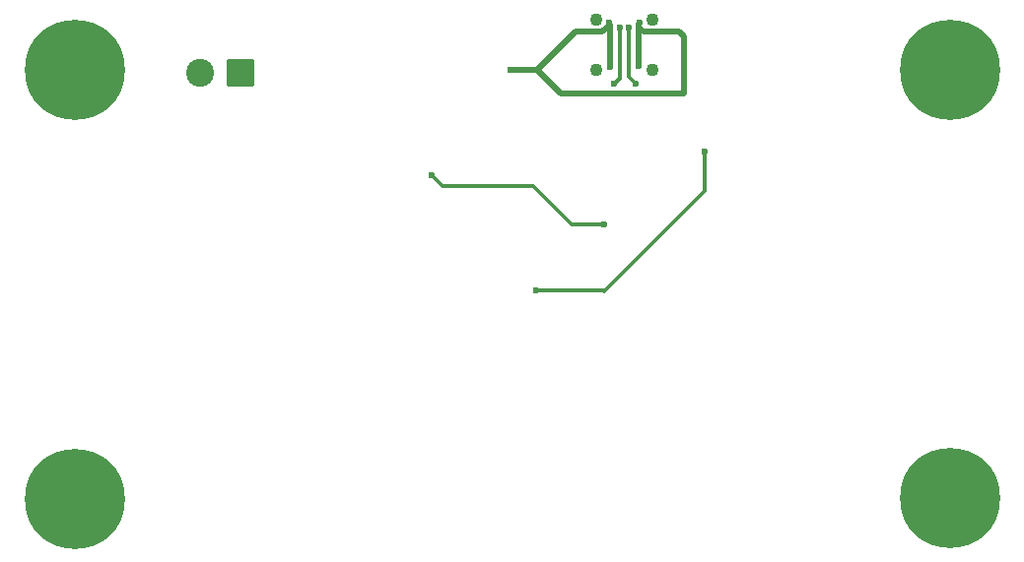
<source format=gbr>
%TF.GenerationSoftware,KiCad,Pcbnew,9.0.1*%
%TF.CreationDate,2025-04-29T02:16:07+02:00*%
%TF.ProjectId,phil-lab-11,7068696c-2d6c-4616-922d-31312e6b6963,rev?*%
%TF.SameCoordinates,Original*%
%TF.FileFunction,Copper,L4,Bot*%
%TF.FilePolarity,Positive*%
%FSLAX46Y46*%
G04 Gerber Fmt 4.6, Leading zero omitted, Abs format (unit mm)*
G04 Created by KiCad (PCBNEW 9.0.1) date 2025-04-29 02:16:07*
%MOMM*%
%LPD*%
G01*
G04 APERTURE LIST*
G04 Aperture macros list*
%AMRoundRect*
0 Rectangle with rounded corners*
0 $1 Rounding radius*
0 $2 $3 $4 $5 $6 $7 $8 $9 X,Y pos of 4 corners*
0 Add a 4 corners polygon primitive as box body*
4,1,4,$2,$3,$4,$5,$6,$7,$8,$9,$2,$3,0*
0 Add four circle primitives for the rounded corners*
1,1,$1+$1,$2,$3*
1,1,$1+$1,$4,$5*
1,1,$1+$1,$6,$7*
1,1,$1+$1,$8,$9*
0 Add four rect primitives between the rounded corners*
20,1,$1+$1,$2,$3,$4,$5,0*
20,1,$1+$1,$4,$5,$6,$7,0*
20,1,$1+$1,$6,$7,$8,$9,0*
20,1,$1+$1,$8,$9,$2,$3,0*%
G04 Aperture macros list end*
%TA.AperFunction,HeatsinkPad*%
%ADD10C,1.100000*%
%TD*%
%TA.AperFunction,ComponentPad*%
%ADD11RoundRect,0.250001X0.949999X0.949999X-0.949999X0.949999X-0.949999X-0.949999X0.949999X-0.949999X0*%
%TD*%
%TA.AperFunction,ComponentPad*%
%ADD12C,2.400000*%
%TD*%
%TA.AperFunction,ComponentPad*%
%ADD13C,0.900000*%
%TD*%
%TA.AperFunction,ComponentPad*%
%ADD14C,8.600000*%
%TD*%
%TA.AperFunction,ViaPad*%
%ADD15C,0.600000*%
%TD*%
%TA.AperFunction,Conductor*%
%ADD16C,0.500000*%
%TD*%
%TA.AperFunction,Conductor*%
%ADD17C,0.300000*%
%TD*%
G04 APERTURE END LIST*
D10*
%TO.P,P1,S1,SHIELD*%
%TO.N,unconnected-(P1-SHIELD-PadS1)_3*%
X74650000Y-24700000D03*
%TO.N,unconnected-(P1-SHIELD-PadS1)_2*%
X74650000Y-20400000D03*
%TO.N,unconnected-(P1-SHIELD-PadS1)_1*%
X69850000Y-24700000D03*
%TO.N,unconnected-(P1-SHIELD-PadS1)*%
X69850000Y-20400000D03*
%TD*%
D11*
%TO.P,J1,1,Pin_1*%
%TO.N,+12V*%
X39250000Y-25000000D03*
D12*
%TO.P,J1,2,Pin_2*%
%TO.N,GND*%
X35750000Y-25000000D03*
%TD*%
D13*
%TO.P,H3,1,1*%
%TO.N,GND*%
X21800000Y-61610913D03*
X22744581Y-59330494D03*
X22744581Y-63891332D03*
X25025000Y-58385913D03*
D14*
X25025000Y-61610913D03*
D13*
X25025000Y-64835913D03*
X27305419Y-59330494D03*
X27305419Y-63891332D03*
X28250000Y-61610913D03*
%TD*%
%TO.P,H2,1,1*%
%TO.N,GND*%
X96994581Y-24750000D03*
X97939162Y-22469581D03*
X97939162Y-27030419D03*
X100219581Y-21525000D03*
D14*
X100219581Y-24750000D03*
D13*
X100219581Y-27975000D03*
X102500000Y-22469581D03*
X102500000Y-27030419D03*
X103444581Y-24750000D03*
%TD*%
%TO.P,H4,1,1*%
%TO.N,GND*%
X96994581Y-61580494D03*
X97939162Y-59300075D03*
X97939162Y-63860913D03*
X100219581Y-58355494D03*
D14*
X100219581Y-61580494D03*
D13*
X100219581Y-64805494D03*
X102500000Y-59300075D03*
X102500000Y-63860913D03*
X103444581Y-61580494D03*
%TD*%
%TO.P,H1,1,1*%
%TO.N,GND*%
X21775000Y-24750000D03*
X22719581Y-22469581D03*
X22719581Y-27030419D03*
X25000000Y-21525000D03*
D14*
X25000000Y-24750000D03*
D13*
X25000000Y-27975000D03*
X27280419Y-22469581D03*
X27280419Y-27030419D03*
X28225000Y-24750000D03*
%TD*%
D15*
%TO.N,+5V*%
X62450000Y-24750000D03*
X63200000Y-24750000D03*
X64000000Y-24750000D03*
X64750000Y-24750000D03*
X71000000Y-24450000D03*
X73500000Y-24400000D03*
X73550000Y-20700000D03*
X70900000Y-20700000D03*
%TO.N,USB_CONN_D-*%
X73250000Y-25950000D03*
X72650000Y-21050000D03*
%TO.N,USB_CONN_D+*%
X71350000Y-25950000D03*
X71850000Y-21050000D03*
%TO.N,NRST*%
X55650000Y-33750000D03*
%TO.N,Net-(SW1-B)*%
X64700000Y-43720000D03*
X79110000Y-31740000D03*
%TO.N,NRST*%
X70500000Y-38000000D03*
%TD*%
D16*
%TO.N,+5V*%
X66800000Y-26800000D02*
X64750000Y-24750000D01*
X77350000Y-26800000D02*
X66800000Y-26800000D01*
X77350000Y-21850000D02*
X77350000Y-26800000D01*
X76950000Y-21450000D02*
X77350000Y-21850000D01*
X73850000Y-21450000D02*
X76950000Y-21450000D01*
X73500000Y-21100000D02*
X73850000Y-21450000D01*
X73500000Y-21100000D02*
X73500000Y-20750000D01*
X70900000Y-20900000D02*
X70900000Y-20700000D01*
X70350000Y-21450000D02*
X70900000Y-20900000D01*
X68050000Y-21450000D02*
X70350000Y-21450000D01*
X64750000Y-24750000D02*
X68050000Y-21450000D01*
X63200000Y-24750000D02*
X62450000Y-24750000D01*
X64000000Y-24750000D02*
X63200000Y-24750000D01*
X64750000Y-24750000D02*
X64000000Y-24750000D01*
D17*
X71000000Y-20800000D02*
X70900000Y-20700000D01*
D16*
X71000000Y-24450000D02*
X71000000Y-20800000D01*
D17*
X73500000Y-20750000D02*
X73550000Y-20700000D01*
D16*
X73500000Y-24400000D02*
X73500000Y-21100000D01*
D17*
%TO.N,USB_CONN_D-*%
X72650000Y-25350000D02*
X73250000Y-25950000D01*
X72650000Y-21050000D02*
X72650000Y-25350000D01*
%TO.N,USB_CONN_D+*%
X71850000Y-21050000D02*
X71850000Y-25450000D01*
X71850000Y-25450000D02*
X71350000Y-25950000D01*
%TO.N,NRST*%
X56600000Y-34700000D02*
X55650000Y-33750000D01*
X64450000Y-34700000D02*
X56600000Y-34700000D01*
X67750000Y-38000000D02*
X64450000Y-34700000D01*
X70500000Y-38000000D02*
X67750000Y-38000000D01*
%TO.N,Net-(SW1-B)*%
X70490000Y-43740000D02*
X79110000Y-35120000D01*
X70470000Y-43720000D02*
X70490000Y-43740000D01*
X64700000Y-43720000D02*
X70470000Y-43720000D01*
X79110000Y-35120000D02*
X79110000Y-31740000D01*
%TD*%
M02*

</source>
